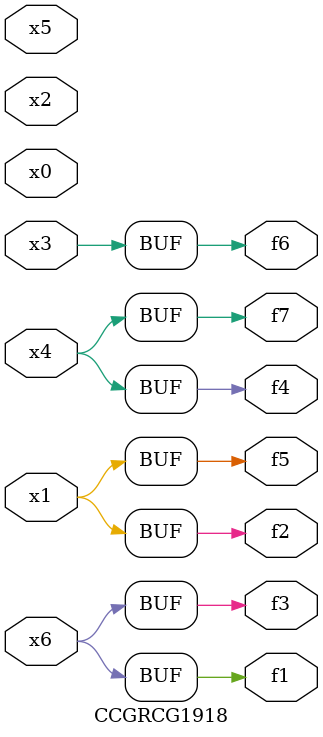
<source format=v>
module CCGRCG1918(
	input x0, x1, x2, x3, x4, x5, x6,
	output f1, f2, f3, f4, f5, f6, f7
);
	assign f1 = x6;
	assign f2 = x1;
	assign f3 = x6;
	assign f4 = x4;
	assign f5 = x1;
	assign f6 = x3;
	assign f7 = x4;
endmodule

</source>
